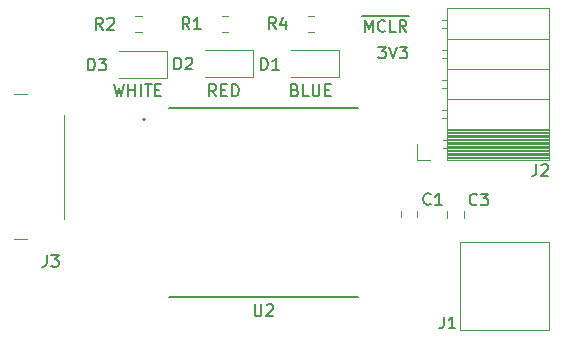
<source format=gto>
G04 #@! TF.GenerationSoftware,KiCad,Pcbnew,(5.1.2)-1*
G04 #@! TF.CreationDate,2020-02-23T20:15:25-05:00*
G04 #@! TF.ProjectId,telemetry_receiver,74656c65-6d65-4747-9279-5f7265636569,rev?*
G04 #@! TF.SameCoordinates,Original*
G04 #@! TF.FileFunction,Legend,Top*
G04 #@! TF.FilePolarity,Positive*
%FSLAX46Y46*%
G04 Gerber Fmt 4.6, Leading zero omitted, Abs format (unit mm)*
G04 Created by KiCad (PCBNEW (5.1.2)-1) date 2020-02-23 20:15:25*
%MOMM*%
%LPD*%
G04 APERTURE LIST*
%ADD10C,0.150000*%
%ADD11C,0.200000*%
%ADD12C,0.127000*%
%ADD13C,0.120000*%
G04 APERTURE END LIST*
D10*
X115425790Y-81494380D02*
X115663885Y-82494380D01*
X115854361Y-81780095D01*
X116044838Y-82494380D01*
X116282933Y-81494380D01*
X116663885Y-82494380D02*
X116663885Y-81494380D01*
X116663885Y-81970571D02*
X117235314Y-81970571D01*
X117235314Y-82494380D02*
X117235314Y-81494380D01*
X117711504Y-82494380D02*
X117711504Y-81494380D01*
X118044838Y-81494380D02*
X118616266Y-81494380D01*
X118330552Y-82494380D02*
X118330552Y-81494380D01*
X118949600Y-81970571D02*
X119282933Y-81970571D01*
X119425790Y-82494380D02*
X118949600Y-82494380D01*
X118949600Y-81494380D01*
X119425790Y-81494380D01*
X130770476Y-81970571D02*
X130913333Y-82018190D01*
X130960952Y-82065809D01*
X131008571Y-82161047D01*
X131008571Y-82303904D01*
X130960952Y-82399142D01*
X130913333Y-82446761D01*
X130818095Y-82494380D01*
X130437142Y-82494380D01*
X130437142Y-81494380D01*
X130770476Y-81494380D01*
X130865714Y-81542000D01*
X130913333Y-81589619D01*
X130960952Y-81684857D01*
X130960952Y-81780095D01*
X130913333Y-81875333D01*
X130865714Y-81922952D01*
X130770476Y-81970571D01*
X130437142Y-81970571D01*
X131913333Y-82494380D02*
X131437142Y-82494380D01*
X131437142Y-81494380D01*
X132246666Y-81494380D02*
X132246666Y-82303904D01*
X132294285Y-82399142D01*
X132341904Y-82446761D01*
X132437142Y-82494380D01*
X132627619Y-82494380D01*
X132722857Y-82446761D01*
X132770476Y-82399142D01*
X132818095Y-82303904D01*
X132818095Y-81494380D01*
X133294285Y-81970571D02*
X133627619Y-81970571D01*
X133770476Y-82494380D02*
X133294285Y-82494380D01*
X133294285Y-81494380D01*
X133770476Y-81494380D01*
X124096542Y-82494380D02*
X123763209Y-82018190D01*
X123525114Y-82494380D02*
X123525114Y-81494380D01*
X123906066Y-81494380D01*
X124001304Y-81542000D01*
X124048923Y-81589619D01*
X124096542Y-81684857D01*
X124096542Y-81827714D01*
X124048923Y-81922952D01*
X124001304Y-81970571D01*
X123906066Y-82018190D01*
X123525114Y-82018190D01*
X124525114Y-81970571D02*
X124858447Y-81970571D01*
X125001304Y-82494380D02*
X124525114Y-82494380D01*
X124525114Y-81494380D01*
X125001304Y-81494380D01*
X125429876Y-82494380D02*
X125429876Y-81494380D01*
X125667971Y-81494380D01*
X125810828Y-81542000D01*
X125906066Y-81637238D01*
X125953685Y-81732476D01*
X126001304Y-81922952D01*
X126001304Y-82065809D01*
X125953685Y-82256285D01*
X125906066Y-82351523D01*
X125810828Y-82446761D01*
X125667971Y-82494380D01*
X125429876Y-82494380D01*
X137826904Y-78293980D02*
X138445952Y-78293980D01*
X138112619Y-78674933D01*
X138255476Y-78674933D01*
X138350714Y-78722552D01*
X138398333Y-78770171D01*
X138445952Y-78865409D01*
X138445952Y-79103504D01*
X138398333Y-79198742D01*
X138350714Y-79246361D01*
X138255476Y-79293980D01*
X137969761Y-79293980D01*
X137874523Y-79246361D01*
X137826904Y-79198742D01*
X138731666Y-78293980D02*
X139065000Y-79293980D01*
X139398333Y-78293980D01*
X139636428Y-78293980D02*
X140255476Y-78293980D01*
X139922142Y-78674933D01*
X140065000Y-78674933D01*
X140160238Y-78722552D01*
X140207857Y-78770171D01*
X140255476Y-78865409D01*
X140255476Y-79103504D01*
X140207857Y-79198742D01*
X140160238Y-79246361D01*
X140065000Y-79293980D01*
X139779285Y-79293980D01*
X139684047Y-79246361D01*
X139636428Y-79198742D01*
X136428409Y-75691400D02*
X137571266Y-75691400D01*
X136666504Y-77058780D02*
X136666504Y-76058780D01*
X136999838Y-76773066D01*
X137333171Y-76058780D01*
X137333171Y-77058780D01*
X137571266Y-75691400D02*
X138571266Y-75691400D01*
X138380790Y-76963542D02*
X138333171Y-77011161D01*
X138190314Y-77058780D01*
X138095076Y-77058780D01*
X137952219Y-77011161D01*
X137856980Y-76915923D01*
X137809361Y-76820685D01*
X137761742Y-76630209D01*
X137761742Y-76487352D01*
X137809361Y-76296876D01*
X137856980Y-76201638D01*
X137952219Y-76106400D01*
X138095076Y-76058780D01*
X138190314Y-76058780D01*
X138333171Y-76106400D01*
X138380790Y-76154019D01*
X138571266Y-75691400D02*
X139380790Y-75691400D01*
X139285552Y-77058780D02*
X138809361Y-77058780D01*
X138809361Y-76058780D01*
X139380790Y-75691400D02*
X140380790Y-75691400D01*
X140190314Y-77058780D02*
X139856980Y-76582590D01*
X139618885Y-77058780D02*
X139618885Y-76058780D01*
X139999838Y-76058780D01*
X140095076Y-76106400D01*
X140142695Y-76154019D01*
X140190314Y-76249257D01*
X140190314Y-76392114D01*
X140142695Y-76487352D01*
X140095076Y-76534971D01*
X139999838Y-76582590D01*
X139618885Y-76582590D01*
D11*
X118067600Y-84466200D02*
G75*
G03X118067600Y-84466200I-100000J0D01*
G01*
D12*
X120117600Y-83516200D02*
X136117600Y-83516200D01*
X120117600Y-99516200D02*
X136117600Y-99516200D01*
D13*
X142189200Y-87867800D02*
X141079200Y-87867800D01*
X141079200Y-87867800D02*
X141079200Y-86537800D01*
X152279200Y-87867800D02*
X152279200Y-75047800D01*
X152279200Y-75047800D02*
X143649200Y-75047800D01*
X143649200Y-87867800D02*
X143649200Y-75047800D01*
X152279200Y-87867800D02*
X143649200Y-87867800D01*
X152279200Y-77647800D02*
X143649200Y-77647800D01*
X152279200Y-80187800D02*
X143649200Y-80187800D01*
X152279200Y-82727800D02*
X143649200Y-82727800D01*
X152279200Y-85267800D02*
X143649200Y-85267800D01*
X143649200Y-76017800D02*
X143239200Y-76017800D01*
X143649200Y-76737800D02*
X143239200Y-76737800D01*
X143649200Y-78557800D02*
X143239200Y-78557800D01*
X143649200Y-79277800D02*
X143239200Y-79277800D01*
X143649200Y-81097800D02*
X143239200Y-81097800D01*
X143649200Y-81817800D02*
X143239200Y-81817800D01*
X143649200Y-83637800D02*
X143239200Y-83637800D01*
X143649200Y-84357800D02*
X143239200Y-84357800D01*
X143649200Y-86177800D02*
X143299200Y-86177800D01*
X143649200Y-86897800D02*
X143299200Y-86897800D01*
X152279200Y-85385900D02*
X143649200Y-85385900D01*
X152279200Y-85503995D02*
X143649200Y-85503995D01*
X152279200Y-85622090D02*
X143649200Y-85622090D01*
X152279200Y-85740185D02*
X143649200Y-85740185D01*
X152279200Y-85858280D02*
X143649200Y-85858280D01*
X152279200Y-85976375D02*
X143649200Y-85976375D01*
X152279200Y-86094470D02*
X143649200Y-86094470D01*
X152279200Y-86212565D02*
X143649200Y-86212565D01*
X152279200Y-86330660D02*
X143649200Y-86330660D01*
X152279200Y-86448755D02*
X143649200Y-86448755D01*
X152279200Y-86566850D02*
X143649200Y-86566850D01*
X152279200Y-86684945D02*
X143649200Y-86684945D01*
X152279200Y-86803040D02*
X143649200Y-86803040D01*
X152279200Y-86921135D02*
X143649200Y-86921135D01*
X152279200Y-87039230D02*
X143649200Y-87039230D01*
X152279200Y-87157325D02*
X143649200Y-87157325D01*
X152279200Y-87275420D02*
X143649200Y-87275420D01*
X152279200Y-87393515D02*
X143649200Y-87393515D01*
X152279200Y-87511610D02*
X143649200Y-87511610D01*
X152279200Y-87629705D02*
X143649200Y-87629705D01*
X152279200Y-87747800D02*
X143649200Y-87747800D01*
X144730780Y-94807080D02*
X152230780Y-94807080D01*
X144730780Y-94807080D02*
X144730780Y-102307080D01*
X152230780Y-94807080D02*
X152230780Y-102307080D01*
X152230780Y-102307080D02*
X144730780Y-102307080D01*
X132401052Y-75667800D02*
X131878548Y-75667800D01*
X132401052Y-77087800D02*
X131878548Y-77087800D01*
X117770652Y-75667800D02*
X117248148Y-75667800D01*
X117770652Y-77087800D02*
X117248148Y-77087800D01*
X125076852Y-75667800D02*
X124554348Y-75667800D01*
X125076852Y-77087800D02*
X124554348Y-77087800D01*
X108033600Y-82333600D02*
X106983600Y-82333600D01*
X108033600Y-94623600D02*
X106983600Y-94623600D01*
X111203600Y-92878600D02*
X111203600Y-84078600D01*
X119898500Y-78646400D02*
X115838500Y-78646400D01*
X119898500Y-80916400D02*
X119898500Y-78646400D01*
X115838500Y-80916400D02*
X119898500Y-80916400D01*
X127188300Y-78621000D02*
X123128300Y-78621000D01*
X127188300Y-80891000D02*
X127188300Y-78621000D01*
X123128300Y-80891000D02*
X127188300Y-80891000D01*
X134514600Y-78595600D02*
X130454600Y-78595600D01*
X134514600Y-80865600D02*
X134514600Y-78595600D01*
X130454600Y-80865600D02*
X134514600Y-80865600D01*
X145058200Y-92245548D02*
X145058200Y-92768052D01*
X143638200Y-92245548D02*
X143638200Y-92768052D01*
X139701200Y-92229148D02*
X139701200Y-92751652D01*
X141121200Y-92229148D02*
X141121200Y-92751652D01*
D10*
X127355695Y-100112580D02*
X127355695Y-100922104D01*
X127403314Y-101017342D01*
X127450933Y-101064961D01*
X127546171Y-101112580D01*
X127736647Y-101112580D01*
X127831885Y-101064961D01*
X127879504Y-101017342D01*
X127927123Y-100922104D01*
X127927123Y-100112580D01*
X128355695Y-100207819D02*
X128403314Y-100160200D01*
X128498552Y-100112580D01*
X128736647Y-100112580D01*
X128831885Y-100160200D01*
X128879504Y-100207819D01*
X128927123Y-100303057D01*
X128927123Y-100398295D01*
X128879504Y-100541152D01*
X128308076Y-101112580D01*
X128927123Y-101112580D01*
X151203066Y-88250780D02*
X151203066Y-88965066D01*
X151155447Y-89107923D01*
X151060209Y-89203161D01*
X150917352Y-89250780D01*
X150822114Y-89250780D01*
X151631638Y-88346019D02*
X151679257Y-88298400D01*
X151774495Y-88250780D01*
X152012590Y-88250780D01*
X152107828Y-88298400D01*
X152155447Y-88346019D01*
X152203066Y-88441257D01*
X152203066Y-88536495D01*
X152155447Y-88679352D01*
X151584019Y-89250780D01*
X152203066Y-89250780D01*
X143346846Y-101159060D02*
X143346846Y-101873346D01*
X143299227Y-102016203D01*
X143203989Y-102111441D01*
X143061132Y-102159060D01*
X142965894Y-102159060D01*
X144346846Y-102159060D02*
X143775418Y-102159060D01*
X144061132Y-102159060D02*
X144061132Y-101159060D01*
X143965894Y-101301918D01*
X143870656Y-101397156D01*
X143775418Y-101444775D01*
X129128333Y-76804780D02*
X128795000Y-76328590D01*
X128556904Y-76804780D02*
X128556904Y-75804780D01*
X128937857Y-75804780D01*
X129033095Y-75852400D01*
X129080714Y-75900019D01*
X129128333Y-75995257D01*
X129128333Y-76138114D01*
X129080714Y-76233352D01*
X129033095Y-76280971D01*
X128937857Y-76328590D01*
X128556904Y-76328590D01*
X129985476Y-76138114D02*
X129985476Y-76804780D01*
X129747380Y-75757161D02*
X129509285Y-76471447D01*
X130128333Y-76471447D01*
X114497933Y-76855580D02*
X114164600Y-76379390D01*
X113926504Y-76855580D02*
X113926504Y-75855580D01*
X114307457Y-75855580D01*
X114402695Y-75903200D01*
X114450314Y-75950819D01*
X114497933Y-76046057D01*
X114497933Y-76188914D01*
X114450314Y-76284152D01*
X114402695Y-76331771D01*
X114307457Y-76379390D01*
X113926504Y-76379390D01*
X114878885Y-75950819D02*
X114926504Y-75903200D01*
X115021742Y-75855580D01*
X115259838Y-75855580D01*
X115355076Y-75903200D01*
X115402695Y-75950819D01*
X115450314Y-76046057D01*
X115450314Y-76141295D01*
X115402695Y-76284152D01*
X114831266Y-76855580D01*
X115450314Y-76855580D01*
X121829533Y-76830180D02*
X121496200Y-76353990D01*
X121258104Y-76830180D02*
X121258104Y-75830180D01*
X121639057Y-75830180D01*
X121734295Y-75877800D01*
X121781914Y-75925419D01*
X121829533Y-76020657D01*
X121829533Y-76163514D01*
X121781914Y-76258752D01*
X121734295Y-76306371D01*
X121639057Y-76353990D01*
X121258104Y-76353990D01*
X122781914Y-76830180D02*
X122210485Y-76830180D01*
X122496200Y-76830180D02*
X122496200Y-75830180D01*
X122400961Y-75973038D01*
X122305723Y-76068276D01*
X122210485Y-76115895D01*
X109750266Y-95930980D02*
X109750266Y-96645266D01*
X109702647Y-96788123D01*
X109607409Y-96883361D01*
X109464552Y-96930980D01*
X109369314Y-96930980D01*
X110131219Y-95930980D02*
X110750266Y-95930980D01*
X110416933Y-96311933D01*
X110559790Y-96311933D01*
X110655028Y-96359552D01*
X110702647Y-96407171D01*
X110750266Y-96502409D01*
X110750266Y-96740504D01*
X110702647Y-96835742D01*
X110655028Y-96883361D01*
X110559790Y-96930980D01*
X110274076Y-96930980D01*
X110178838Y-96883361D01*
X110131219Y-96835742D01*
X113246004Y-80309980D02*
X113246004Y-79309980D01*
X113484100Y-79309980D01*
X113626957Y-79357600D01*
X113722195Y-79452838D01*
X113769814Y-79548076D01*
X113817433Y-79738552D01*
X113817433Y-79881409D01*
X113769814Y-80071885D01*
X113722195Y-80167123D01*
X113626957Y-80262361D01*
X113484100Y-80309980D01*
X113246004Y-80309980D01*
X114150766Y-79309980D02*
X114769814Y-79309980D01*
X114436480Y-79690933D01*
X114579338Y-79690933D01*
X114674576Y-79738552D01*
X114722195Y-79786171D01*
X114769814Y-79881409D01*
X114769814Y-80119504D01*
X114722195Y-80214742D01*
X114674576Y-80262361D01*
X114579338Y-80309980D01*
X114293623Y-80309980D01*
X114198385Y-80262361D01*
X114150766Y-80214742D01*
X120550104Y-80233780D02*
X120550104Y-79233780D01*
X120788200Y-79233780D01*
X120931057Y-79281400D01*
X121026295Y-79376638D01*
X121073914Y-79471876D01*
X121121533Y-79662352D01*
X121121533Y-79805209D01*
X121073914Y-79995685D01*
X121026295Y-80090923D01*
X120931057Y-80186161D01*
X120788200Y-80233780D01*
X120550104Y-80233780D01*
X121502485Y-79329019D02*
X121550104Y-79281400D01*
X121645342Y-79233780D01*
X121883438Y-79233780D01*
X121978676Y-79281400D01*
X122026295Y-79329019D01*
X122073914Y-79424257D01*
X122073914Y-79519495D01*
X122026295Y-79662352D01*
X121454866Y-80233780D01*
X122073914Y-80233780D01*
X127887504Y-80259180D02*
X127887504Y-79259180D01*
X128125600Y-79259180D01*
X128268457Y-79306800D01*
X128363695Y-79402038D01*
X128411314Y-79497276D01*
X128458933Y-79687752D01*
X128458933Y-79830609D01*
X128411314Y-80021085D01*
X128363695Y-80116323D01*
X128268457Y-80211561D01*
X128125600Y-80259180D01*
X127887504Y-80259180D01*
X129411314Y-80259180D02*
X128839885Y-80259180D01*
X129125600Y-80259180D02*
X129125600Y-79259180D01*
X129030361Y-79402038D01*
X128935123Y-79497276D01*
X128839885Y-79544895D01*
X146162733Y-91644742D02*
X146115114Y-91692361D01*
X145972257Y-91739980D01*
X145877019Y-91739980D01*
X145734161Y-91692361D01*
X145638923Y-91597123D01*
X145591304Y-91501885D01*
X145543685Y-91311409D01*
X145543685Y-91168552D01*
X145591304Y-90978076D01*
X145638923Y-90882838D01*
X145734161Y-90787600D01*
X145877019Y-90739980D01*
X145972257Y-90739980D01*
X146115114Y-90787600D01*
X146162733Y-90835219D01*
X146496066Y-90739980D02*
X147115114Y-90739980D01*
X146781780Y-91120933D01*
X146924638Y-91120933D01*
X147019876Y-91168552D01*
X147067495Y-91216171D01*
X147115114Y-91311409D01*
X147115114Y-91549504D01*
X147067495Y-91644742D01*
X147019876Y-91692361D01*
X146924638Y-91739980D01*
X146638923Y-91739980D01*
X146543685Y-91692361D01*
X146496066Y-91644742D01*
X142251133Y-91611942D02*
X142203514Y-91659561D01*
X142060657Y-91707180D01*
X141965419Y-91707180D01*
X141822561Y-91659561D01*
X141727323Y-91564323D01*
X141679704Y-91469085D01*
X141632085Y-91278609D01*
X141632085Y-91135752D01*
X141679704Y-90945276D01*
X141727323Y-90850038D01*
X141822561Y-90754800D01*
X141965419Y-90707180D01*
X142060657Y-90707180D01*
X142203514Y-90754800D01*
X142251133Y-90802419D01*
X143203514Y-91707180D02*
X142632085Y-91707180D01*
X142917800Y-91707180D02*
X142917800Y-90707180D01*
X142822561Y-90850038D01*
X142727323Y-90945276D01*
X142632085Y-90992895D01*
M02*

</source>
